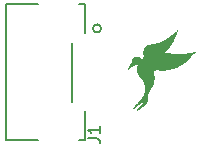
<source format=gto>
G04 #@! TF.GenerationSoftware,KiCad,Pcbnew,(5.1.10)-1*
G04 #@! TF.CreationDate,2021-11-16T23:33:15-08:00*
G04 #@! TF.ProjectId,LedBoard,4c656442-6f61-4726-942e-6b696361645f,rev?*
G04 #@! TF.SameCoordinates,Original*
G04 #@! TF.FileFunction,Legend,Top*
G04 #@! TF.FilePolarity,Positive*
%FSLAX46Y46*%
G04 Gerber Fmt 4.6, Leading zero omitted, Abs format (unit mm)*
G04 Created by KiCad (PCBNEW (5.1.10)-1) date 2021-11-16 23:33:15*
%MOMM*%
%LPD*%
G01*
G04 APERTURE LIST*
%ADD10C,0.150000*%
%ADD11C,0.010000*%
%ADD12R,2.799999X2.100000*%
%ADD13R,1.900000X0.600000*%
%ADD14C,3.500001*%
G04 APERTURE END LIST*
D10*
X139379300Y-60664300D02*
X139929300Y-60664300D01*
X139929300Y-60664300D02*
X139929300Y-63114300D01*
X138779300Y-63914300D02*
X138779300Y-68914300D01*
X139929300Y-69714300D02*
X139929300Y-72164300D01*
X139929300Y-72164300D02*
X139379300Y-72164300D01*
X135879300Y-72164300D02*
X133179300Y-72164300D01*
X133179300Y-72164300D02*
X133179300Y-60664300D01*
X133179300Y-60664300D02*
X135879300Y-60664300D01*
X141279300Y-62714300D02*
G75*
G03*
X141279300Y-62714300I-350000J0D01*
G01*
D11*
G36*
X143553765Y-66110995D02*
G01*
X143552457Y-66115222D01*
X143550811Y-66119620D01*
X143547970Y-66126975D01*
X143544618Y-66135933D01*
X143541841Y-66143554D01*
X143539212Y-66150481D01*
X143536840Y-66156011D01*
X143535198Y-66159051D01*
X143535084Y-66159185D01*
X143534868Y-66158368D01*
X143535812Y-66154572D01*
X143537726Y-66148485D01*
X143539187Y-66144231D01*
X143543456Y-66132464D01*
X143547265Y-66122636D01*
X143550419Y-66115209D01*
X143552723Y-66110645D01*
X143553864Y-66109362D01*
X143553765Y-66110995D01*
G37*
X143553765Y-66110995D02*
X143552457Y-66115222D01*
X143550811Y-66119620D01*
X143547970Y-66126975D01*
X143544618Y-66135933D01*
X143541841Y-66143554D01*
X143539212Y-66150481D01*
X143536840Y-66156011D01*
X143535198Y-66159051D01*
X143535084Y-66159185D01*
X143534868Y-66158368D01*
X143535812Y-66154572D01*
X143537726Y-66148485D01*
X143539187Y-66144231D01*
X143543456Y-66132464D01*
X143547265Y-66122636D01*
X143550419Y-66115209D01*
X143552723Y-66110645D01*
X143553864Y-66109362D01*
X143553765Y-66110995D01*
G36*
X147702954Y-62876460D02*
G01*
X147702954Y-62876472D01*
X147702135Y-62878421D01*
X147699810Y-62883471D01*
X147696176Y-62891207D01*
X147691429Y-62901214D01*
X147685766Y-62913075D01*
X147679385Y-62926376D01*
X147674403Y-62936719D01*
X147629281Y-63031551D01*
X147583768Y-63129746D01*
X147538090Y-63230808D01*
X147492470Y-63334239D01*
X147447132Y-63439545D01*
X147442615Y-63450177D01*
X147431569Y-63476287D01*
X147421815Y-63499541D01*
X147413067Y-63520657D01*
X147405037Y-63540356D01*
X147397440Y-63559355D01*
X147389990Y-63578373D01*
X147382400Y-63598130D01*
X147374383Y-63619344D01*
X147365654Y-63642734D01*
X147362069Y-63652400D01*
X147352422Y-63677601D01*
X147342180Y-63702626D01*
X147331109Y-63727961D01*
X147318978Y-63754096D01*
X147305553Y-63781516D01*
X147290603Y-63810711D01*
X147273895Y-63842167D01*
X147255878Y-63875139D01*
X147207922Y-63958029D01*
X147156384Y-64039729D01*
X147101487Y-64119927D01*
X147043457Y-64198310D01*
X146982519Y-64274565D01*
X146918897Y-64348380D01*
X146901051Y-64368111D01*
X146891334Y-64378892D01*
X146883964Y-64387466D01*
X146878522Y-64394382D01*
X146874588Y-64400193D01*
X146871743Y-64405450D01*
X146870531Y-64408203D01*
X146862151Y-64424871D01*
X146851583Y-64438822D01*
X146838322Y-64450590D01*
X146821860Y-64460711D01*
X146819816Y-64461754D01*
X146814652Y-64464552D01*
X146809421Y-64467896D01*
X146803665Y-64472162D01*
X146796922Y-64477728D01*
X146788736Y-64484970D01*
X146778645Y-64494266D01*
X146767880Y-64504394D01*
X146756806Y-64514725D01*
X146745636Y-64524874D01*
X146734991Y-64534298D01*
X146725488Y-64542454D01*
X146717746Y-64548800D01*
X146713781Y-64551822D01*
X146706330Y-64557611D01*
X146697146Y-64565369D01*
X146687199Y-64574243D01*
X146677461Y-64583378D01*
X146673564Y-64587190D01*
X146664498Y-64595917D01*
X146655084Y-64604508D01*
X146646199Y-64612197D01*
X146638717Y-64618213D01*
X146635832Y-64620315D01*
X146629026Y-64625095D01*
X146620083Y-64631492D01*
X146609999Y-64638786D01*
X146599770Y-64646259D01*
X146596100Y-64648961D01*
X146570651Y-64667399D01*
X146545950Y-64684619D01*
X146522850Y-64700032D01*
X146512765Y-64706500D01*
X146493440Y-64718984D01*
X146476685Y-64730377D01*
X146462767Y-64740488D01*
X146451955Y-64749126D01*
X146448239Y-64752422D01*
X146437142Y-64762696D01*
X146444329Y-64763902D01*
X146453338Y-64765360D01*
X146465612Y-64767270D01*
X146480546Y-64769541D01*
X146497536Y-64772087D01*
X146515977Y-64774818D01*
X146535262Y-64777646D01*
X146554788Y-64780483D01*
X146573950Y-64783240D01*
X146592141Y-64785829D01*
X146608759Y-64788161D01*
X146623196Y-64790148D01*
X146632247Y-64791362D01*
X146668553Y-64796020D01*
X146701847Y-64799996D01*
X146732948Y-64803358D01*
X146762679Y-64806171D01*
X146791861Y-64808504D01*
X146821315Y-64810423D01*
X146851864Y-64811996D01*
X146884328Y-64813289D01*
X146910670Y-64814123D01*
X146931823Y-64814774D01*
X146949776Y-64815434D01*
X146965232Y-64816152D01*
X146978899Y-64816974D01*
X146991481Y-64817947D01*
X147003685Y-64819119D01*
X147016217Y-64820537D01*
X147026923Y-64821875D01*
X147120591Y-64833394D01*
X147211443Y-64843381D01*
X147300239Y-64851883D01*
X147387735Y-64858951D01*
X147474691Y-64864634D01*
X147561863Y-64868980D01*
X147650011Y-64872040D01*
X147739892Y-64873862D01*
X147832264Y-64874495D01*
X147837770Y-64874496D01*
X147906264Y-64874207D01*
X147971721Y-64873333D01*
X148034976Y-64871842D01*
X148096859Y-64869702D01*
X148158204Y-64866880D01*
X148219843Y-64863342D01*
X148282609Y-64859057D01*
X148336000Y-64854922D01*
X148376893Y-64851429D01*
X148418835Y-64847525D01*
X148461483Y-64843257D01*
X148504491Y-64838670D01*
X148547515Y-64833811D01*
X148590208Y-64828724D01*
X148632227Y-64823457D01*
X148673225Y-64818054D01*
X148712859Y-64812563D01*
X148750782Y-64807027D01*
X148786650Y-64801494D01*
X148820118Y-64796010D01*
X148850841Y-64790619D01*
X148878474Y-64785369D01*
X148902671Y-64780305D01*
X148910185Y-64778603D01*
X148943742Y-64771078D01*
X148978086Y-64763845D01*
X149012115Y-64757121D01*
X149044726Y-64751122D01*
X149074818Y-64746065D01*
X149077485Y-64745645D01*
X149091490Y-64743407D01*
X149106134Y-64740987D01*
X149120245Y-64738585D01*
X149132655Y-64736399D01*
X149140985Y-64734861D01*
X149153504Y-64732712D01*
X149163406Y-64731520D01*
X149170217Y-64731338D01*
X149171950Y-64731555D01*
X149178492Y-64732916D01*
X149169019Y-64739619D01*
X149158114Y-64747478D01*
X149144782Y-64757319D01*
X149129637Y-64768672D01*
X149113297Y-64781067D01*
X149096376Y-64794035D01*
X149079491Y-64807105D01*
X149063257Y-64819808D01*
X149048290Y-64831675D01*
X149047200Y-64832547D01*
X148969485Y-64896991D01*
X148894103Y-64964085D01*
X148820829Y-65034051D01*
X148749433Y-65107112D01*
X148679689Y-65183491D01*
X148631011Y-65239900D01*
X148611291Y-65262779D01*
X148589143Y-65287579D01*
X148565135Y-65313709D01*
X148539833Y-65340578D01*
X148513803Y-65367598D01*
X148487613Y-65394176D01*
X148461829Y-65419723D01*
X148437018Y-65443648D01*
X148420993Y-65458689D01*
X148346160Y-65525872D01*
X148270663Y-65589333D01*
X148194529Y-65649054D01*
X148117783Y-65705020D01*
X148040455Y-65757212D01*
X147962570Y-65805613D01*
X147884156Y-65850207D01*
X147805240Y-65890976D01*
X147725849Y-65927903D01*
X147646010Y-65960971D01*
X147596400Y-65979491D01*
X147557009Y-65993097D01*
X147515594Y-66006501D01*
X147473306Y-66019360D01*
X147431302Y-66031332D01*
X147390733Y-66042075D01*
X147362008Y-66049103D01*
X147350347Y-66052010D01*
X147336015Y-66055846D01*
X147320052Y-66060317D01*
X147303498Y-66065128D01*
X147287393Y-66069987D01*
X147279947Y-66072306D01*
X147190789Y-66099020D01*
X147102671Y-66122568D01*
X147015000Y-66143058D01*
X146927183Y-66160599D01*
X146838629Y-66175301D01*
X146748745Y-66187270D01*
X146656938Y-66196618D01*
X146567770Y-66203146D01*
X146550032Y-66204041D01*
X146529082Y-66204813D01*
X146505614Y-66205456D01*
X146480322Y-66205964D01*
X146453899Y-66206331D01*
X146427040Y-66206551D01*
X146400439Y-66206619D01*
X146374788Y-66206528D01*
X146350783Y-66206274D01*
X146329117Y-66205849D01*
X146311816Y-66205301D01*
X146223676Y-66200675D01*
X146138024Y-66193811D01*
X146054094Y-66184634D01*
X145971121Y-66173071D01*
X145958254Y-66171053D01*
X145918116Y-66164666D01*
X145895271Y-66169119D01*
X145851331Y-66179228D01*
X145807485Y-66192310D01*
X145764336Y-66208103D01*
X145722490Y-66226348D01*
X145682552Y-66246785D01*
X145645129Y-66269151D01*
X145616036Y-66289272D01*
X145602468Y-66299330D01*
X145606566Y-66305458D01*
X145614760Y-66320604D01*
X145620623Y-66337525D01*
X145623704Y-66354750D01*
X145624062Y-66362381D01*
X145624441Y-66368871D01*
X145625718Y-66376079D01*
X145628105Y-66384883D01*
X145631811Y-66396156D01*
X145633010Y-66399582D01*
X145652387Y-66459234D01*
X145669321Y-66521373D01*
X145683702Y-66585351D01*
X145695422Y-66650519D01*
X145704369Y-66716230D01*
X145710435Y-66781836D01*
X145713510Y-66846689D01*
X145713891Y-66877223D01*
X145712131Y-66947961D01*
X145706805Y-67019531D01*
X145698008Y-67091398D01*
X145685834Y-67163023D01*
X145670378Y-67233868D01*
X145651732Y-67303397D01*
X145629992Y-67371071D01*
X145624961Y-67385223D01*
X145620376Y-67397865D01*
X145616260Y-67409040D01*
X145612428Y-67419096D01*
X145608694Y-67428380D01*
X145604873Y-67437241D01*
X145600781Y-67446024D01*
X145596233Y-67455077D01*
X145591043Y-67464748D01*
X145585027Y-67475384D01*
X145577999Y-67487332D01*
X145569775Y-67500939D01*
X145560170Y-67516552D01*
X145548998Y-67534520D01*
X145536075Y-67555189D01*
X145525046Y-67572793D01*
X145498857Y-67614615D01*
X145474660Y-67653325D01*
X145452346Y-67689105D01*
X145431807Y-67722137D01*
X145412935Y-67752604D01*
X145395620Y-67780689D01*
X145379755Y-67806573D01*
X145365231Y-67830441D01*
X145351939Y-67852473D01*
X145339770Y-67872853D01*
X145328617Y-67891763D01*
X145318371Y-67909385D01*
X145308922Y-67925903D01*
X145300164Y-67941499D01*
X145291986Y-67956354D01*
X145284282Y-67970653D01*
X145276941Y-67984577D01*
X145269856Y-67998309D01*
X145262918Y-68012031D01*
X145257869Y-68022177D01*
X145247567Y-68043222D01*
X145238725Y-68061825D01*
X145230914Y-68078968D01*
X145223706Y-68095629D01*
X145216671Y-68112790D01*
X145209382Y-68131430D01*
X145204598Y-68144025D01*
X145185445Y-68199673D01*
X145168911Y-68257731D01*
X145155082Y-68317632D01*
X145144046Y-68378807D01*
X145135891Y-68440688D01*
X145130706Y-68502708D01*
X145128579Y-68564298D01*
X145129597Y-68624891D01*
X145129709Y-68627380D01*
X145130409Y-68642650D01*
X145131125Y-68658371D01*
X145131812Y-68673558D01*
X145132427Y-68687225D01*
X145132923Y-68698389D01*
X145133086Y-68702109D01*
X145132836Y-68740424D01*
X145128731Y-68778588D01*
X145120763Y-68816616D01*
X145108926Y-68854522D01*
X145093214Y-68892321D01*
X145073621Y-68930029D01*
X145050140Y-68967660D01*
X145022765Y-69005229D01*
X144991490Y-69042750D01*
X144985986Y-69048903D01*
X144943584Y-69094692D01*
X144902006Y-69137179D01*
X144860796Y-69176754D01*
X144819502Y-69213807D01*
X144777668Y-69248728D01*
X144734840Y-69281908D01*
X144690563Y-69313737D01*
X144644383Y-69344605D01*
X144633462Y-69351599D01*
X144618607Y-69361103D01*
X144604954Y-69369998D01*
X144591921Y-69378688D01*
X144578927Y-69387577D01*
X144565393Y-69397071D01*
X144550736Y-69407573D01*
X144534377Y-69419488D01*
X144515735Y-69433220D01*
X144507502Y-69439317D01*
X144487058Y-69454483D01*
X144469439Y-69467573D01*
X144454325Y-69478829D01*
X144441397Y-69488494D01*
X144430333Y-69496811D01*
X144420814Y-69504022D01*
X144412521Y-69510370D01*
X144405131Y-69516097D01*
X144398327Y-69521445D01*
X144391786Y-69526659D01*
X144385190Y-69531979D01*
X144384725Y-69532356D01*
X144370789Y-69543645D01*
X144359504Y-69552750D01*
X144350495Y-69559963D01*
X144343384Y-69565571D01*
X144337796Y-69569864D01*
X144333355Y-69573131D01*
X144329686Y-69575662D01*
X144326413Y-69577746D01*
X144323539Y-69579453D01*
X144316779Y-69583218D01*
X144312910Y-69584931D01*
X144311567Y-69584700D01*
X144312279Y-69582812D01*
X144314476Y-69579736D01*
X144318822Y-69574198D01*
X144324908Y-69566691D01*
X144332325Y-69557705D01*
X144340663Y-69547734D01*
X144349515Y-69537269D01*
X144358469Y-69526803D01*
X144367118Y-69516826D01*
X144367935Y-69515893D01*
X144377656Y-69505078D01*
X144389600Y-69492260D01*
X144403188Y-69478021D01*
X144417843Y-69462943D01*
X144432988Y-69447609D01*
X144448046Y-69432603D01*
X144462439Y-69418505D01*
X144475590Y-69405900D01*
X144486922Y-69395370D01*
X144490831Y-69391855D01*
X144503888Y-69379835D01*
X144519014Y-69365170D01*
X144535838Y-69348265D01*
X144553990Y-69329527D01*
X144573098Y-69309362D01*
X144592791Y-69288177D01*
X144612699Y-69266378D01*
X144632450Y-69244372D01*
X144651673Y-69222564D01*
X144669998Y-69201362D01*
X144687054Y-69181171D01*
X144702469Y-69162399D01*
X144715873Y-69145451D01*
X144716481Y-69144662D01*
X144750315Y-69097966D01*
X144782468Y-69048057D01*
X144812748Y-68995336D01*
X144840960Y-68940204D01*
X144866911Y-68883061D01*
X144890407Y-68824309D01*
X144911255Y-68764348D01*
X144929130Y-68704070D01*
X144932629Y-68690939D01*
X144936151Y-68677329D01*
X144939555Y-68663821D01*
X144942700Y-68651000D01*
X144945446Y-68639450D01*
X144947653Y-68629754D01*
X144949180Y-68622497D01*
X144949886Y-68618261D01*
X144949917Y-68617675D01*
X144949310Y-68618394D01*
X144947706Y-68622198D01*
X144945348Y-68628470D01*
X144942481Y-68636590D01*
X144942456Y-68636662D01*
X144926654Y-68677440D01*
X144908119Y-68715691D01*
X144886702Y-68751613D01*
X144862254Y-68785403D01*
X144834625Y-68817257D01*
X144803666Y-68847374D01*
X144769226Y-68875951D01*
X144750693Y-68889697D01*
X144733530Y-68901559D01*
X144715772Y-68912955D01*
X144696772Y-68924259D01*
X144675883Y-68935847D01*
X144652456Y-68948094D01*
X144632485Y-68958107D01*
X144568697Y-68991532D01*
X144504850Y-69028814D01*
X144441016Y-69069906D01*
X144377267Y-69114757D01*
X144313675Y-69163321D01*
X144250310Y-69215549D01*
X144247736Y-69217752D01*
X144233579Y-69229853D01*
X144218017Y-69243094D01*
X144201941Y-69256722D01*
X144186240Y-69269984D01*
X144171807Y-69282125D01*
X144160631Y-69291474D01*
X144147430Y-69302518D01*
X144135737Y-69312410D01*
X144124974Y-69321664D01*
X144114563Y-69330792D01*
X144103927Y-69340311D01*
X144092490Y-69350733D01*
X144079673Y-69362572D01*
X144064900Y-69376344D01*
X144056605Y-69384109D01*
X144045389Y-69394499D01*
X144034284Y-69404561D01*
X144023672Y-69413972D01*
X144013933Y-69422408D01*
X144005448Y-69429544D01*
X143998596Y-69435057D01*
X143993760Y-69438622D01*
X143991319Y-69439914D01*
X143991144Y-69439865D01*
X143991879Y-69437943D01*
X143994873Y-69433355D01*
X143999869Y-69426424D01*
X144006608Y-69417472D01*
X144014833Y-69406821D01*
X144024285Y-69394794D01*
X144034706Y-69381713D01*
X144045839Y-69367902D01*
X144057426Y-69353682D01*
X144069207Y-69339377D01*
X144080926Y-69325308D01*
X144092324Y-69311798D01*
X144103144Y-69299170D01*
X144110048Y-69291241D01*
X144125923Y-69273426D01*
X144144612Y-69252957D01*
X144166120Y-69229831D01*
X144190448Y-69204044D01*
X144217601Y-69175594D01*
X144247580Y-69144477D01*
X144280390Y-69110690D01*
X144316032Y-69074231D01*
X144354511Y-69035095D01*
X144392966Y-68996170D01*
X144404351Y-68984663D01*
X144414829Y-68974043D01*
X144424567Y-68964117D01*
X144433733Y-68954694D01*
X144442493Y-68945579D01*
X144451015Y-68936582D01*
X144459466Y-68927509D01*
X144468014Y-68918169D01*
X144476826Y-68908368D01*
X144486068Y-68897915D01*
X144495909Y-68886617D01*
X144506515Y-68874282D01*
X144518053Y-68860717D01*
X144530692Y-68845730D01*
X144544598Y-68829129D01*
X144559938Y-68810720D01*
X144576880Y-68790313D01*
X144595591Y-68767713D01*
X144616238Y-68742730D01*
X144638988Y-68715170D01*
X144664009Y-68684842D01*
X144671518Y-68675739D01*
X144687876Y-68654822D01*
X144705424Y-68630303D01*
X144718220Y-68611099D01*
X144950139Y-68611099D01*
X144950498Y-68613633D01*
X144951165Y-68613663D01*
X144951632Y-68611048D01*
X144951320Y-68609919D01*
X144950452Y-68609179D01*
X144950139Y-68611099D01*
X144718220Y-68611099D01*
X144723319Y-68603447D01*
X144951939Y-68603447D01*
X144952916Y-68604423D01*
X144953893Y-68603447D01*
X144952916Y-68602470D01*
X144951939Y-68603447D01*
X144723319Y-68603447D01*
X144724097Y-68602280D01*
X144743828Y-68570850D01*
X144753061Y-68555577D01*
X144793222Y-68485317D01*
X144829772Y-68414937D01*
X144862682Y-68344519D01*
X144891923Y-68274147D01*
X144917466Y-68203904D01*
X144939283Y-68133873D01*
X144957345Y-68064137D01*
X144971624Y-67994779D01*
X144982089Y-67925883D01*
X144987080Y-67878570D01*
X144987702Y-67869871D01*
X144988350Y-67858146D01*
X144988988Y-67844278D01*
X144989576Y-67829148D01*
X144990076Y-67813638D01*
X144990323Y-67804323D01*
X144990111Y-67733058D01*
X144986100Y-67661365D01*
X144978335Y-67589512D01*
X144966862Y-67517766D01*
X144951728Y-67446393D01*
X144932978Y-67375660D01*
X144910657Y-67305834D01*
X144898749Y-67272877D01*
X144890807Y-67253173D01*
X144880803Y-67230778D01*
X144868981Y-67206156D01*
X144855584Y-67179769D01*
X144840859Y-67152081D01*
X144825049Y-67123556D01*
X144808398Y-67094655D01*
X144791152Y-67065843D01*
X144779679Y-67047288D01*
X144768969Y-67030382D01*
X144758974Y-67015065D01*
X144749296Y-67000809D01*
X144739537Y-66987086D01*
X144729299Y-66973370D01*
X144718185Y-66959133D01*
X144705796Y-66943847D01*
X144691735Y-66926985D01*
X144675603Y-66908020D01*
X144667428Y-66898502D01*
X144657850Y-66887379D01*
X144646340Y-66874014D01*
X144633515Y-66859124D01*
X144619994Y-66843426D01*
X144606394Y-66827638D01*
X144593335Y-66812479D01*
X144587490Y-66805694D01*
X144564465Y-66778840D01*
X144543801Y-66754453D01*
X144525184Y-66732150D01*
X144508303Y-66711549D01*
X144492842Y-66692267D01*
X144478491Y-66673920D01*
X144464935Y-66656127D01*
X144461564Y-66651627D01*
X144432733Y-66611956D01*
X144406950Y-66574175D01*
X144384063Y-66537934D01*
X144363919Y-66502883D01*
X144346365Y-66468672D01*
X144331247Y-66434951D01*
X144318414Y-66401371D01*
X144307710Y-66367581D01*
X144298985Y-66333231D01*
X144292084Y-66297973D01*
X144286854Y-66261454D01*
X144285468Y-66249062D01*
X144284511Y-66236902D01*
X144283804Y-66221738D01*
X144283348Y-66204466D01*
X144283142Y-66185984D01*
X144283188Y-66167187D01*
X144283483Y-66148970D01*
X144284030Y-66132231D01*
X144284827Y-66117865D01*
X144285468Y-66110339D01*
X144293732Y-66048608D01*
X144305874Y-65987285D01*
X144321880Y-65926437D01*
X144332743Y-65891945D01*
X144336861Y-65880086D01*
X144342057Y-65865850D01*
X144347987Y-65850113D01*
X144354310Y-65833751D01*
X144360684Y-65817641D01*
X144366765Y-65802659D01*
X144372212Y-65789680D01*
X144376376Y-65780246D01*
X144379489Y-65772992D01*
X144381687Y-65766955D01*
X144382637Y-65763092D01*
X144382594Y-65762375D01*
X144380504Y-65760753D01*
X144375533Y-65758160D01*
X144368464Y-65754976D01*
X144361524Y-65752142D01*
X144325094Y-65739699D01*
X144287503Y-65730294D01*
X144249495Y-65724054D01*
X144211815Y-65721108D01*
X144181647Y-65721241D01*
X144163433Y-65722405D01*
X144144986Y-65724242D01*
X144126962Y-65726640D01*
X144110015Y-65729483D01*
X144094800Y-65732658D01*
X144081971Y-65736052D01*
X144072183Y-65739551D01*
X144069777Y-65740686D01*
X144063187Y-65743606D01*
X144055198Y-65746525D01*
X144051195Y-65747766D01*
X144046102Y-65749461D01*
X144041714Y-65751700D01*
X144037213Y-65755096D01*
X144031779Y-65760263D01*
X144024944Y-65767439D01*
X144003709Y-65788936D01*
X143981120Y-65809461D01*
X143957938Y-65828395D01*
X143934923Y-65845120D01*
X143912836Y-65859017D01*
X143911150Y-65859978D01*
X143902045Y-65864985D01*
X143892618Y-65869857D01*
X143882411Y-65874794D01*
X143870967Y-65879997D01*
X143857828Y-65885666D01*
X143842535Y-65892003D01*
X143824632Y-65899209D01*
X143803660Y-65907484D01*
X143796239Y-65910386D01*
X143771654Y-65920132D01*
X143750353Y-65928921D01*
X143731892Y-65936963D01*
X143715824Y-65944466D01*
X143701705Y-65951640D01*
X143689089Y-65958693D01*
X143677531Y-65965834D01*
X143676077Y-65966783D01*
X143651508Y-65984297D01*
X143629697Y-66002899D01*
X143610060Y-66023221D01*
X143592014Y-66045894D01*
X143574976Y-66071551D01*
X143567328Y-66084506D01*
X143562705Y-66092520D01*
X143558866Y-66099007D01*
X143556168Y-66103376D01*
X143554968Y-66105036D01*
X143554939Y-66105004D01*
X143555685Y-66102643D01*
X143557768Y-66097252D01*
X143560956Y-66089380D01*
X143565018Y-66079576D01*
X143569722Y-66068389D01*
X143574835Y-66056367D01*
X143580125Y-66044059D01*
X143585361Y-66032014D01*
X143590311Y-66020781D01*
X143594151Y-66012214D01*
X143627587Y-65942391D01*
X143664353Y-65873119D01*
X143704103Y-65804948D01*
X143746492Y-65738430D01*
X143791172Y-65674116D01*
X143837800Y-65612557D01*
X143868127Y-65575310D01*
X143887501Y-65552188D01*
X143889420Y-65537827D01*
X143890345Y-65527362D01*
X143889889Y-65517975D01*
X143888395Y-65509171D01*
X143883156Y-65474649D01*
X143881384Y-65439376D01*
X143883028Y-65403981D01*
X143888040Y-65369093D01*
X143896369Y-65335340D01*
X143903974Y-65313170D01*
X143918899Y-65279821D01*
X143937070Y-65248555D01*
X143958315Y-65219557D01*
X143982461Y-65193016D01*
X144009337Y-65169118D01*
X144038771Y-65148051D01*
X144070590Y-65130001D01*
X144073685Y-65128472D01*
X144101227Y-65116268D01*
X144128379Y-65106872D01*
X144156149Y-65100027D01*
X144185547Y-65095476D01*
X144211349Y-65093287D01*
X144224009Y-65092545D01*
X144237335Y-65091754D01*
X144249911Y-65090999D01*
X144260322Y-65090364D01*
X144262231Y-65090246D01*
X144291657Y-65090019D01*
X144322705Y-65092757D01*
X144354651Y-65098302D01*
X144386770Y-65106494D01*
X144418338Y-65117173D01*
X144448632Y-65130180D01*
X144452823Y-65132224D01*
X144478236Y-65145951D01*
X144499947Y-65160144D01*
X144518149Y-65174937D01*
X144527636Y-65184339D01*
X144536249Y-65194289D01*
X144544013Y-65204877D01*
X144551386Y-65216856D01*
X144558824Y-65230977D01*
X144566786Y-65247994D01*
X144568086Y-65250915D01*
X144577366Y-65271270D01*
X144585862Y-65288378D01*
X144593938Y-65302727D01*
X144601961Y-65314805D01*
X144610295Y-65325101D01*
X144619307Y-65334102D01*
X144629361Y-65342295D01*
X144640823Y-65350169D01*
X144643905Y-65352116D01*
X144657885Y-65360824D01*
X144672539Y-65359169D01*
X144682321Y-65357598D01*
X144692936Y-65355187D01*
X144700626Y-65352927D01*
X144706778Y-65350662D01*
X144711599Y-65348274D01*
X144715998Y-65345078D01*
X144720883Y-65340390D01*
X144727164Y-65333524D01*
X144728755Y-65331731D01*
X144757484Y-65296665D01*
X144783029Y-65260091D01*
X144805305Y-65222236D01*
X144824225Y-65183328D01*
X144839703Y-65143593D01*
X144851655Y-65103258D01*
X144859993Y-65062550D01*
X144864632Y-65021696D01*
X144865487Y-64980922D01*
X144865123Y-64971247D01*
X144864399Y-64957823D01*
X144863556Y-64945189D01*
X144862524Y-64932703D01*
X144861233Y-64919725D01*
X144859614Y-64905612D01*
X144857595Y-64889724D01*
X144855108Y-64871419D01*
X144852081Y-64850056D01*
X144851244Y-64844247D01*
X144847659Y-64819019D01*
X144844686Y-64797098D01*
X144842274Y-64777939D01*
X144840371Y-64760997D01*
X144838927Y-64745728D01*
X144837889Y-64731586D01*
X144837206Y-64718028D01*
X144836827Y-64704510D01*
X144836701Y-64690485D01*
X144836700Y-64690304D01*
X144836881Y-64669747D01*
X144837546Y-64651879D01*
X144838811Y-64635499D01*
X144840789Y-64619404D01*
X144843594Y-64602395D01*
X144846513Y-64587316D01*
X144857466Y-64542349D01*
X144871845Y-64498001D01*
X144889451Y-64454540D01*
X144910082Y-64412234D01*
X144933536Y-64371351D01*
X144959613Y-64332160D01*
X144988111Y-64294929D01*
X145018830Y-64259926D01*
X145051568Y-64227418D01*
X145086124Y-64197675D01*
X145122297Y-64170965D01*
X145159886Y-64147555D01*
X145187061Y-64133212D01*
X145208409Y-64123164D01*
X145227897Y-64114911D01*
X145246835Y-64107961D01*
X145266530Y-64101821D01*
X145280851Y-64097903D01*
X145294042Y-64094582D01*
X145306981Y-64091612D01*
X145320074Y-64088939D01*
X145333727Y-64086512D01*
X145348348Y-64084278D01*
X145364340Y-64082185D01*
X145382112Y-64080181D01*
X145402069Y-64078214D01*
X145424616Y-64076231D01*
X145450161Y-64074180D01*
X145479110Y-64072009D01*
X145486316Y-64071486D01*
X145514829Y-64069392D01*
X145539909Y-64067455D01*
X145562024Y-64065605D01*
X145581643Y-64063770D01*
X145599232Y-64061881D01*
X145615261Y-64059867D01*
X145630197Y-64057657D01*
X145644508Y-64055182D01*
X145658663Y-64052369D01*
X145673129Y-64049150D01*
X145688374Y-64045453D01*
X145704867Y-64041208D01*
X145723076Y-64036344D01*
X145727437Y-64035163D01*
X145751328Y-64028476D01*
X145778409Y-64020536D01*
X145808220Y-64011491D01*
X145840304Y-64001493D01*
X145874204Y-63990691D01*
X145909462Y-63979235D01*
X145945618Y-63967276D01*
X145982217Y-63954964D01*
X146018800Y-63942448D01*
X146054908Y-63929879D01*
X146090085Y-63917406D01*
X146123270Y-63905401D01*
X146207979Y-63872859D01*
X146293962Y-63836748D01*
X146381095Y-63797148D01*
X146469252Y-63754141D01*
X146558308Y-63707807D01*
X146648138Y-63658225D01*
X146738619Y-63605476D01*
X146829624Y-63549640D01*
X146921028Y-63490799D01*
X147012708Y-63429031D01*
X147104539Y-63364417D01*
X147196394Y-63297039D01*
X147288150Y-63226975D01*
X147379682Y-63154306D01*
X147470864Y-63079113D01*
X147561572Y-63001475D01*
X147648125Y-62924687D01*
X147662188Y-62911994D01*
X147673623Y-62901685D01*
X147682701Y-62893521D01*
X147689692Y-62887264D01*
X147694866Y-62882677D01*
X147698494Y-62879521D01*
X147700846Y-62877560D01*
X147702193Y-62876554D01*
X147702806Y-62876267D01*
X147702954Y-62876460D01*
G37*
X147702954Y-62876460D02*
X147702954Y-62876472D01*
X147702135Y-62878421D01*
X147699810Y-62883471D01*
X147696176Y-62891207D01*
X147691429Y-62901214D01*
X147685766Y-62913075D01*
X147679385Y-62926376D01*
X147674403Y-62936719D01*
X147629281Y-63031551D01*
X147583768Y-63129746D01*
X147538090Y-63230808D01*
X147492470Y-63334239D01*
X147447132Y-63439545D01*
X147442615Y-63450177D01*
X147431569Y-63476287D01*
X147421815Y-63499541D01*
X147413067Y-63520657D01*
X147405037Y-63540356D01*
X147397440Y-63559355D01*
X147389990Y-63578373D01*
X147382400Y-63598130D01*
X147374383Y-63619344D01*
X147365654Y-63642734D01*
X147362069Y-63652400D01*
X147352422Y-63677601D01*
X147342180Y-63702626D01*
X147331109Y-63727961D01*
X147318978Y-63754096D01*
X147305553Y-63781516D01*
X147290603Y-63810711D01*
X147273895Y-63842167D01*
X147255878Y-63875139D01*
X147207922Y-63958029D01*
X147156384Y-64039729D01*
X147101487Y-64119927D01*
X147043457Y-64198310D01*
X146982519Y-64274565D01*
X146918897Y-64348380D01*
X146901051Y-64368111D01*
X146891334Y-64378892D01*
X146883964Y-64387466D01*
X146878522Y-64394382D01*
X146874588Y-64400193D01*
X146871743Y-64405450D01*
X146870531Y-64408203D01*
X146862151Y-64424871D01*
X146851583Y-64438822D01*
X146838322Y-64450590D01*
X146821860Y-64460711D01*
X146819816Y-64461754D01*
X146814652Y-64464552D01*
X146809421Y-64467896D01*
X146803665Y-64472162D01*
X146796922Y-64477728D01*
X146788736Y-64484970D01*
X146778645Y-64494266D01*
X146767880Y-64504394D01*
X146756806Y-64514725D01*
X146745636Y-64524874D01*
X146734991Y-64534298D01*
X146725488Y-64542454D01*
X146717746Y-64548800D01*
X146713781Y-64551822D01*
X146706330Y-64557611D01*
X146697146Y-64565369D01*
X146687199Y-64574243D01*
X146677461Y-64583378D01*
X146673564Y-64587190D01*
X146664498Y-64595917D01*
X146655084Y-64604508D01*
X146646199Y-64612197D01*
X146638717Y-64618213D01*
X146635832Y-64620315D01*
X146629026Y-64625095D01*
X146620083Y-64631492D01*
X146609999Y-64638786D01*
X146599770Y-64646259D01*
X146596100Y-64648961D01*
X146570651Y-64667399D01*
X146545950Y-64684619D01*
X146522850Y-64700032D01*
X146512765Y-64706500D01*
X146493440Y-64718984D01*
X146476685Y-64730377D01*
X146462767Y-64740488D01*
X146451955Y-64749126D01*
X146448239Y-64752422D01*
X146437142Y-64762696D01*
X146444329Y-64763902D01*
X146453338Y-64765360D01*
X146465612Y-64767270D01*
X146480546Y-64769541D01*
X146497536Y-64772087D01*
X146515977Y-64774818D01*
X146535262Y-64777646D01*
X146554788Y-64780483D01*
X146573950Y-64783240D01*
X146592141Y-64785829D01*
X146608759Y-64788161D01*
X146623196Y-64790148D01*
X146632247Y-64791362D01*
X146668553Y-64796020D01*
X146701847Y-64799996D01*
X146732948Y-64803358D01*
X146762679Y-64806171D01*
X146791861Y-64808504D01*
X146821315Y-64810423D01*
X146851864Y-64811996D01*
X146884328Y-64813289D01*
X146910670Y-64814123D01*
X146931823Y-64814774D01*
X146949776Y-64815434D01*
X146965232Y-64816152D01*
X146978899Y-64816974D01*
X146991481Y-64817947D01*
X147003685Y-64819119D01*
X147016217Y-64820537D01*
X147026923Y-64821875D01*
X147120591Y-64833394D01*
X147211443Y-64843381D01*
X147300239Y-64851883D01*
X147387735Y-64858951D01*
X147474691Y-64864634D01*
X147561863Y-64868980D01*
X147650011Y-64872040D01*
X147739892Y-64873862D01*
X147832264Y-64874495D01*
X147837770Y-64874496D01*
X147906264Y-64874207D01*
X147971721Y-64873333D01*
X148034976Y-64871842D01*
X148096859Y-64869702D01*
X148158204Y-64866880D01*
X148219843Y-64863342D01*
X148282609Y-64859057D01*
X148336000Y-64854922D01*
X148376893Y-64851429D01*
X148418835Y-64847525D01*
X148461483Y-64843257D01*
X148504491Y-64838670D01*
X148547515Y-64833811D01*
X148590208Y-64828724D01*
X148632227Y-64823457D01*
X148673225Y-64818054D01*
X148712859Y-64812563D01*
X148750782Y-64807027D01*
X148786650Y-64801494D01*
X148820118Y-64796010D01*
X148850841Y-64790619D01*
X148878474Y-64785369D01*
X148902671Y-64780305D01*
X148910185Y-64778603D01*
X148943742Y-64771078D01*
X148978086Y-64763845D01*
X149012115Y-64757121D01*
X149044726Y-64751122D01*
X149074818Y-64746065D01*
X149077485Y-64745645D01*
X149091490Y-64743407D01*
X149106134Y-64740987D01*
X149120245Y-64738585D01*
X149132655Y-64736399D01*
X149140985Y-64734861D01*
X149153504Y-64732712D01*
X149163406Y-64731520D01*
X149170217Y-64731338D01*
X149171950Y-64731555D01*
X149178492Y-64732916D01*
X149169019Y-64739619D01*
X149158114Y-64747478D01*
X149144782Y-64757319D01*
X149129637Y-64768672D01*
X149113297Y-64781067D01*
X149096376Y-64794035D01*
X149079491Y-64807105D01*
X149063257Y-64819808D01*
X149048290Y-64831675D01*
X149047200Y-64832547D01*
X148969485Y-64896991D01*
X148894103Y-64964085D01*
X148820829Y-65034051D01*
X148749433Y-65107112D01*
X148679689Y-65183491D01*
X148631011Y-65239900D01*
X148611291Y-65262779D01*
X148589143Y-65287579D01*
X148565135Y-65313709D01*
X148539833Y-65340578D01*
X148513803Y-65367598D01*
X148487613Y-65394176D01*
X148461829Y-65419723D01*
X148437018Y-65443648D01*
X148420993Y-65458689D01*
X148346160Y-65525872D01*
X148270663Y-65589333D01*
X148194529Y-65649054D01*
X148117783Y-65705020D01*
X148040455Y-65757212D01*
X147962570Y-65805613D01*
X147884156Y-65850207D01*
X147805240Y-65890976D01*
X147725849Y-65927903D01*
X147646010Y-65960971D01*
X147596400Y-65979491D01*
X147557009Y-65993097D01*
X147515594Y-66006501D01*
X147473306Y-66019360D01*
X147431302Y-66031332D01*
X147390733Y-66042075D01*
X147362008Y-66049103D01*
X147350347Y-66052010D01*
X147336015Y-66055846D01*
X147320052Y-66060317D01*
X147303498Y-66065128D01*
X147287393Y-66069987D01*
X147279947Y-66072306D01*
X147190789Y-66099020D01*
X147102671Y-66122568D01*
X147015000Y-66143058D01*
X146927183Y-66160599D01*
X146838629Y-66175301D01*
X146748745Y-66187270D01*
X146656938Y-66196618D01*
X146567770Y-66203146D01*
X146550032Y-66204041D01*
X146529082Y-66204813D01*
X146505614Y-66205456D01*
X146480322Y-66205964D01*
X146453899Y-66206331D01*
X146427040Y-66206551D01*
X146400439Y-66206619D01*
X146374788Y-66206528D01*
X146350783Y-66206274D01*
X146329117Y-66205849D01*
X146311816Y-66205301D01*
X146223676Y-66200675D01*
X146138024Y-66193811D01*
X146054094Y-66184634D01*
X145971121Y-66173071D01*
X145958254Y-66171053D01*
X145918116Y-66164666D01*
X145895271Y-66169119D01*
X145851331Y-66179228D01*
X145807485Y-66192310D01*
X145764336Y-66208103D01*
X145722490Y-66226348D01*
X145682552Y-66246785D01*
X145645129Y-66269151D01*
X145616036Y-66289272D01*
X145602468Y-66299330D01*
X145606566Y-66305458D01*
X145614760Y-66320604D01*
X145620623Y-66337525D01*
X145623704Y-66354750D01*
X145624062Y-66362381D01*
X145624441Y-66368871D01*
X145625718Y-66376079D01*
X145628105Y-66384883D01*
X145631811Y-66396156D01*
X145633010Y-66399582D01*
X145652387Y-66459234D01*
X145669321Y-66521373D01*
X145683702Y-66585351D01*
X145695422Y-66650519D01*
X145704369Y-66716230D01*
X145710435Y-66781836D01*
X145713510Y-66846689D01*
X145713891Y-66877223D01*
X145712131Y-66947961D01*
X145706805Y-67019531D01*
X145698008Y-67091398D01*
X145685834Y-67163023D01*
X145670378Y-67233868D01*
X145651732Y-67303397D01*
X145629992Y-67371071D01*
X145624961Y-67385223D01*
X145620376Y-67397865D01*
X145616260Y-67409040D01*
X145612428Y-67419096D01*
X145608694Y-67428380D01*
X145604873Y-67437241D01*
X145600781Y-67446024D01*
X145596233Y-67455077D01*
X145591043Y-67464748D01*
X145585027Y-67475384D01*
X145577999Y-67487332D01*
X145569775Y-67500939D01*
X145560170Y-67516552D01*
X145548998Y-67534520D01*
X145536075Y-67555189D01*
X145525046Y-67572793D01*
X145498857Y-67614615D01*
X145474660Y-67653325D01*
X145452346Y-67689105D01*
X145431807Y-67722137D01*
X145412935Y-67752604D01*
X145395620Y-67780689D01*
X145379755Y-67806573D01*
X145365231Y-67830441D01*
X145351939Y-67852473D01*
X145339770Y-67872853D01*
X145328617Y-67891763D01*
X145318371Y-67909385D01*
X145308922Y-67925903D01*
X145300164Y-67941499D01*
X145291986Y-67956354D01*
X145284282Y-67970653D01*
X145276941Y-67984577D01*
X145269856Y-67998309D01*
X145262918Y-68012031D01*
X145257869Y-68022177D01*
X145247567Y-68043222D01*
X145238725Y-68061825D01*
X145230914Y-68078968D01*
X145223706Y-68095629D01*
X145216671Y-68112790D01*
X145209382Y-68131430D01*
X145204598Y-68144025D01*
X145185445Y-68199673D01*
X145168911Y-68257731D01*
X145155082Y-68317632D01*
X145144046Y-68378807D01*
X145135891Y-68440688D01*
X145130706Y-68502708D01*
X145128579Y-68564298D01*
X145129597Y-68624891D01*
X145129709Y-68627380D01*
X145130409Y-68642650D01*
X145131125Y-68658371D01*
X145131812Y-68673558D01*
X145132427Y-68687225D01*
X145132923Y-68698389D01*
X145133086Y-68702109D01*
X145132836Y-68740424D01*
X145128731Y-68778588D01*
X145120763Y-68816616D01*
X145108926Y-68854522D01*
X145093214Y-68892321D01*
X145073621Y-68930029D01*
X145050140Y-68967660D01*
X145022765Y-69005229D01*
X144991490Y-69042750D01*
X144985986Y-69048903D01*
X144943584Y-69094692D01*
X144902006Y-69137179D01*
X144860796Y-69176754D01*
X144819502Y-69213807D01*
X144777668Y-69248728D01*
X144734840Y-69281908D01*
X144690563Y-69313737D01*
X144644383Y-69344605D01*
X144633462Y-69351599D01*
X144618607Y-69361103D01*
X144604954Y-69369998D01*
X144591921Y-69378688D01*
X144578927Y-69387577D01*
X144565393Y-69397071D01*
X144550736Y-69407573D01*
X144534377Y-69419488D01*
X144515735Y-69433220D01*
X144507502Y-69439317D01*
X144487058Y-69454483D01*
X144469439Y-69467573D01*
X144454325Y-69478829D01*
X144441397Y-69488494D01*
X144430333Y-69496811D01*
X144420814Y-69504022D01*
X144412521Y-69510370D01*
X144405131Y-69516097D01*
X144398327Y-69521445D01*
X144391786Y-69526659D01*
X144385190Y-69531979D01*
X144384725Y-69532356D01*
X144370789Y-69543645D01*
X144359504Y-69552750D01*
X144350495Y-69559963D01*
X144343384Y-69565571D01*
X144337796Y-69569864D01*
X144333355Y-69573131D01*
X144329686Y-69575662D01*
X144326413Y-69577746D01*
X144323539Y-69579453D01*
X144316779Y-69583218D01*
X144312910Y-69584931D01*
X144311567Y-69584700D01*
X144312279Y-69582812D01*
X144314476Y-69579736D01*
X144318822Y-69574198D01*
X144324908Y-69566691D01*
X144332325Y-69557705D01*
X144340663Y-69547734D01*
X144349515Y-69537269D01*
X144358469Y-69526803D01*
X144367118Y-69516826D01*
X144367935Y-69515893D01*
X144377656Y-69505078D01*
X144389600Y-69492260D01*
X144403188Y-69478021D01*
X144417843Y-69462943D01*
X144432988Y-69447609D01*
X144448046Y-69432603D01*
X144462439Y-69418505D01*
X144475590Y-69405900D01*
X144486922Y-69395370D01*
X144490831Y-69391855D01*
X144503888Y-69379835D01*
X144519014Y-69365170D01*
X144535838Y-69348265D01*
X144553990Y-69329527D01*
X144573098Y-69309362D01*
X144592791Y-69288177D01*
X144612699Y-69266378D01*
X144632450Y-69244372D01*
X144651673Y-69222564D01*
X144669998Y-69201362D01*
X144687054Y-69181171D01*
X144702469Y-69162399D01*
X144715873Y-69145451D01*
X144716481Y-69144662D01*
X144750315Y-69097966D01*
X144782468Y-69048057D01*
X144812748Y-68995336D01*
X144840960Y-68940204D01*
X144866911Y-68883061D01*
X144890407Y-68824309D01*
X144911255Y-68764348D01*
X144929130Y-68704070D01*
X144932629Y-68690939D01*
X144936151Y-68677329D01*
X144939555Y-68663821D01*
X144942700Y-68651000D01*
X144945446Y-68639450D01*
X144947653Y-68629754D01*
X144949180Y-68622497D01*
X144949886Y-68618261D01*
X144949917Y-68617675D01*
X144949310Y-68618394D01*
X144947706Y-68622198D01*
X144945348Y-68628470D01*
X144942481Y-68636590D01*
X144942456Y-68636662D01*
X144926654Y-68677440D01*
X144908119Y-68715691D01*
X144886702Y-68751613D01*
X144862254Y-68785403D01*
X144834625Y-68817257D01*
X144803666Y-68847374D01*
X144769226Y-68875951D01*
X144750693Y-68889697D01*
X144733530Y-68901559D01*
X144715772Y-68912955D01*
X144696772Y-68924259D01*
X144675883Y-68935847D01*
X144652456Y-68948094D01*
X144632485Y-68958107D01*
X144568697Y-68991532D01*
X144504850Y-69028814D01*
X144441016Y-69069906D01*
X144377267Y-69114757D01*
X144313675Y-69163321D01*
X144250310Y-69215549D01*
X144247736Y-69217752D01*
X144233579Y-69229853D01*
X144218017Y-69243094D01*
X144201941Y-69256722D01*
X144186240Y-69269984D01*
X144171807Y-69282125D01*
X144160631Y-69291474D01*
X144147430Y-69302518D01*
X144135737Y-69312410D01*
X144124974Y-69321664D01*
X144114563Y-69330792D01*
X144103927Y-69340311D01*
X144092490Y-69350733D01*
X144079673Y-69362572D01*
X144064900Y-69376344D01*
X144056605Y-69384109D01*
X144045389Y-69394499D01*
X144034284Y-69404561D01*
X144023672Y-69413972D01*
X144013933Y-69422408D01*
X144005448Y-69429544D01*
X143998596Y-69435057D01*
X143993760Y-69438622D01*
X143991319Y-69439914D01*
X143991144Y-69439865D01*
X143991879Y-69437943D01*
X143994873Y-69433355D01*
X143999869Y-69426424D01*
X144006608Y-69417472D01*
X144014833Y-69406821D01*
X144024285Y-69394794D01*
X144034706Y-69381713D01*
X144045839Y-69367902D01*
X144057426Y-69353682D01*
X144069207Y-69339377D01*
X144080926Y-69325308D01*
X144092324Y-69311798D01*
X144103144Y-69299170D01*
X144110048Y-69291241D01*
X144125923Y-69273426D01*
X144144612Y-69252957D01*
X144166120Y-69229831D01*
X144190448Y-69204044D01*
X144217601Y-69175594D01*
X144247580Y-69144477D01*
X144280390Y-69110690D01*
X144316032Y-69074231D01*
X144354511Y-69035095D01*
X144392966Y-68996170D01*
X144404351Y-68984663D01*
X144414829Y-68974043D01*
X144424567Y-68964117D01*
X144433733Y-68954694D01*
X144442493Y-68945579D01*
X144451015Y-68936582D01*
X144459466Y-68927509D01*
X144468014Y-68918169D01*
X144476826Y-68908368D01*
X144486068Y-68897915D01*
X144495909Y-68886617D01*
X144506515Y-68874282D01*
X144518053Y-68860717D01*
X144530692Y-68845730D01*
X144544598Y-68829129D01*
X144559938Y-68810720D01*
X144576880Y-68790313D01*
X144595591Y-68767713D01*
X144616238Y-68742730D01*
X144638988Y-68715170D01*
X144664009Y-68684842D01*
X144671518Y-68675739D01*
X144687876Y-68654822D01*
X144705424Y-68630303D01*
X144718220Y-68611099D01*
X144950139Y-68611099D01*
X144950498Y-68613633D01*
X144951165Y-68613663D01*
X144951632Y-68611048D01*
X144951320Y-68609919D01*
X144950452Y-68609179D01*
X144950139Y-68611099D01*
X144718220Y-68611099D01*
X144723319Y-68603447D01*
X144951939Y-68603447D01*
X144952916Y-68604423D01*
X144953893Y-68603447D01*
X144952916Y-68602470D01*
X144951939Y-68603447D01*
X144723319Y-68603447D01*
X144724097Y-68602280D01*
X144743828Y-68570850D01*
X144753061Y-68555577D01*
X144793222Y-68485317D01*
X144829772Y-68414937D01*
X144862682Y-68344519D01*
X144891923Y-68274147D01*
X144917466Y-68203904D01*
X144939283Y-68133873D01*
X144957345Y-68064137D01*
X144971624Y-67994779D01*
X144982089Y-67925883D01*
X144987080Y-67878570D01*
X144987702Y-67869871D01*
X144988350Y-67858146D01*
X144988988Y-67844278D01*
X144989576Y-67829148D01*
X144990076Y-67813638D01*
X144990323Y-67804323D01*
X144990111Y-67733058D01*
X144986100Y-67661365D01*
X144978335Y-67589512D01*
X144966862Y-67517766D01*
X144951728Y-67446393D01*
X144932978Y-67375660D01*
X144910657Y-67305834D01*
X144898749Y-67272877D01*
X144890807Y-67253173D01*
X144880803Y-67230778D01*
X144868981Y-67206156D01*
X144855584Y-67179769D01*
X144840859Y-67152081D01*
X144825049Y-67123556D01*
X144808398Y-67094655D01*
X144791152Y-67065843D01*
X144779679Y-67047288D01*
X144768969Y-67030382D01*
X144758974Y-67015065D01*
X144749296Y-67000809D01*
X144739537Y-66987086D01*
X144729299Y-66973370D01*
X144718185Y-66959133D01*
X144705796Y-66943847D01*
X144691735Y-66926985D01*
X144675603Y-66908020D01*
X144667428Y-66898502D01*
X144657850Y-66887379D01*
X144646340Y-66874014D01*
X144633515Y-66859124D01*
X144619994Y-66843426D01*
X144606394Y-66827638D01*
X144593335Y-66812479D01*
X144587490Y-66805694D01*
X144564465Y-66778840D01*
X144543801Y-66754453D01*
X144525184Y-66732150D01*
X144508303Y-66711549D01*
X144492842Y-66692267D01*
X144478491Y-66673920D01*
X144464935Y-66656127D01*
X144461564Y-66651627D01*
X144432733Y-66611956D01*
X144406950Y-66574175D01*
X144384063Y-66537934D01*
X144363919Y-66502883D01*
X144346365Y-66468672D01*
X144331247Y-66434951D01*
X144318414Y-66401371D01*
X144307710Y-66367581D01*
X144298985Y-66333231D01*
X144292084Y-66297973D01*
X144286854Y-66261454D01*
X144285468Y-66249062D01*
X144284511Y-66236902D01*
X144283804Y-66221738D01*
X144283348Y-66204466D01*
X144283142Y-66185984D01*
X144283188Y-66167187D01*
X144283483Y-66148970D01*
X144284030Y-66132231D01*
X144284827Y-66117865D01*
X144285468Y-66110339D01*
X144293732Y-66048608D01*
X144305874Y-65987285D01*
X144321880Y-65926437D01*
X144332743Y-65891945D01*
X144336861Y-65880086D01*
X144342057Y-65865850D01*
X144347987Y-65850113D01*
X144354310Y-65833751D01*
X144360684Y-65817641D01*
X144366765Y-65802659D01*
X144372212Y-65789680D01*
X144376376Y-65780246D01*
X144379489Y-65772992D01*
X144381687Y-65766955D01*
X144382637Y-65763092D01*
X144382594Y-65762375D01*
X144380504Y-65760753D01*
X144375533Y-65758160D01*
X144368464Y-65754976D01*
X144361524Y-65752142D01*
X144325094Y-65739699D01*
X144287503Y-65730294D01*
X144249495Y-65724054D01*
X144211815Y-65721108D01*
X144181647Y-65721241D01*
X144163433Y-65722405D01*
X144144986Y-65724242D01*
X144126962Y-65726640D01*
X144110015Y-65729483D01*
X144094800Y-65732658D01*
X144081971Y-65736052D01*
X144072183Y-65739551D01*
X144069777Y-65740686D01*
X144063187Y-65743606D01*
X144055198Y-65746525D01*
X144051195Y-65747766D01*
X144046102Y-65749461D01*
X144041714Y-65751700D01*
X144037213Y-65755096D01*
X144031779Y-65760263D01*
X144024944Y-65767439D01*
X144003709Y-65788936D01*
X143981120Y-65809461D01*
X143957938Y-65828395D01*
X143934923Y-65845120D01*
X143912836Y-65859017D01*
X143911150Y-65859978D01*
X143902045Y-65864985D01*
X143892618Y-65869857D01*
X143882411Y-65874794D01*
X143870967Y-65879997D01*
X143857828Y-65885666D01*
X143842535Y-65892003D01*
X143824632Y-65899209D01*
X143803660Y-65907484D01*
X143796239Y-65910386D01*
X143771654Y-65920132D01*
X143750353Y-65928921D01*
X143731892Y-65936963D01*
X143715824Y-65944466D01*
X143701705Y-65951640D01*
X143689089Y-65958693D01*
X143677531Y-65965834D01*
X143676077Y-65966783D01*
X143651508Y-65984297D01*
X143629697Y-66002899D01*
X143610060Y-66023221D01*
X143592014Y-66045894D01*
X143574976Y-66071551D01*
X143567328Y-66084506D01*
X143562705Y-66092520D01*
X143558866Y-66099007D01*
X143556168Y-66103376D01*
X143554968Y-66105036D01*
X143554939Y-66105004D01*
X143555685Y-66102643D01*
X143557768Y-66097252D01*
X143560956Y-66089380D01*
X143565018Y-66079576D01*
X143569722Y-66068389D01*
X143574835Y-66056367D01*
X143580125Y-66044059D01*
X143585361Y-66032014D01*
X143590311Y-66020781D01*
X143594151Y-66012214D01*
X143627587Y-65942391D01*
X143664353Y-65873119D01*
X143704103Y-65804948D01*
X143746492Y-65738430D01*
X143791172Y-65674116D01*
X143837800Y-65612557D01*
X143868127Y-65575310D01*
X143887501Y-65552188D01*
X143889420Y-65537827D01*
X143890345Y-65527362D01*
X143889889Y-65517975D01*
X143888395Y-65509171D01*
X143883156Y-65474649D01*
X143881384Y-65439376D01*
X143883028Y-65403981D01*
X143888040Y-65369093D01*
X143896369Y-65335340D01*
X143903974Y-65313170D01*
X143918899Y-65279821D01*
X143937070Y-65248555D01*
X143958315Y-65219557D01*
X143982461Y-65193016D01*
X144009337Y-65169118D01*
X144038771Y-65148051D01*
X144070590Y-65130001D01*
X144073685Y-65128472D01*
X144101227Y-65116268D01*
X144128379Y-65106872D01*
X144156149Y-65100027D01*
X144185547Y-65095476D01*
X144211349Y-65093287D01*
X144224009Y-65092545D01*
X144237335Y-65091754D01*
X144249911Y-65090999D01*
X144260322Y-65090364D01*
X144262231Y-65090246D01*
X144291657Y-65090019D01*
X144322705Y-65092757D01*
X144354651Y-65098302D01*
X144386770Y-65106494D01*
X144418338Y-65117173D01*
X144448632Y-65130180D01*
X144452823Y-65132224D01*
X144478236Y-65145951D01*
X144499947Y-65160144D01*
X144518149Y-65174937D01*
X144527636Y-65184339D01*
X144536249Y-65194289D01*
X144544013Y-65204877D01*
X144551386Y-65216856D01*
X144558824Y-65230977D01*
X144566786Y-65247994D01*
X144568086Y-65250915D01*
X144577366Y-65271270D01*
X144585862Y-65288378D01*
X144593938Y-65302727D01*
X144601961Y-65314805D01*
X144610295Y-65325101D01*
X144619307Y-65334102D01*
X144629361Y-65342295D01*
X144640823Y-65350169D01*
X144643905Y-65352116D01*
X144657885Y-65360824D01*
X144672539Y-65359169D01*
X144682321Y-65357598D01*
X144692936Y-65355187D01*
X144700626Y-65352927D01*
X144706778Y-65350662D01*
X144711599Y-65348274D01*
X144715998Y-65345078D01*
X144720883Y-65340390D01*
X144727164Y-65333524D01*
X144728755Y-65331731D01*
X144757484Y-65296665D01*
X144783029Y-65260091D01*
X144805305Y-65222236D01*
X144824225Y-65183328D01*
X144839703Y-65143593D01*
X144851655Y-65103258D01*
X144859993Y-65062550D01*
X144864632Y-65021696D01*
X144865487Y-64980922D01*
X144865123Y-64971247D01*
X144864399Y-64957823D01*
X144863556Y-64945189D01*
X144862524Y-64932703D01*
X144861233Y-64919725D01*
X144859614Y-64905612D01*
X144857595Y-64889724D01*
X144855108Y-64871419D01*
X144852081Y-64850056D01*
X144851244Y-64844247D01*
X144847659Y-64819019D01*
X144844686Y-64797098D01*
X144842274Y-64777939D01*
X144840371Y-64760997D01*
X144838927Y-64745728D01*
X144837889Y-64731586D01*
X144837206Y-64718028D01*
X144836827Y-64704510D01*
X144836701Y-64690485D01*
X144836700Y-64690304D01*
X144836881Y-64669747D01*
X144837546Y-64651879D01*
X144838811Y-64635499D01*
X144840789Y-64619404D01*
X144843594Y-64602395D01*
X144846513Y-64587316D01*
X144857466Y-64542349D01*
X144871845Y-64498001D01*
X144889451Y-64454540D01*
X144910082Y-64412234D01*
X144933536Y-64371351D01*
X144959613Y-64332160D01*
X144988111Y-64294929D01*
X145018830Y-64259926D01*
X145051568Y-64227418D01*
X145086124Y-64197675D01*
X145122297Y-64170965D01*
X145159886Y-64147555D01*
X145187061Y-64133212D01*
X145208409Y-64123164D01*
X145227897Y-64114911D01*
X145246835Y-64107961D01*
X145266530Y-64101821D01*
X145280851Y-64097903D01*
X145294042Y-64094582D01*
X145306981Y-64091612D01*
X145320074Y-64088939D01*
X145333727Y-64086512D01*
X145348348Y-64084278D01*
X145364340Y-64082185D01*
X145382112Y-64080181D01*
X145402069Y-64078214D01*
X145424616Y-64076231D01*
X145450161Y-64074180D01*
X145479110Y-64072009D01*
X145486316Y-64071486D01*
X145514829Y-64069392D01*
X145539909Y-64067455D01*
X145562024Y-64065605D01*
X145581643Y-64063770D01*
X145599232Y-64061881D01*
X145615261Y-64059867D01*
X145630197Y-64057657D01*
X145644508Y-64055182D01*
X145658663Y-64052369D01*
X145673129Y-64049150D01*
X145688374Y-64045453D01*
X145704867Y-64041208D01*
X145723076Y-64036344D01*
X145727437Y-64035163D01*
X145751328Y-64028476D01*
X145778409Y-64020536D01*
X145808220Y-64011491D01*
X145840304Y-64001493D01*
X145874204Y-63990691D01*
X145909462Y-63979235D01*
X145945618Y-63967276D01*
X145982217Y-63954964D01*
X146018800Y-63942448D01*
X146054908Y-63929879D01*
X146090085Y-63917406D01*
X146123270Y-63905401D01*
X146207979Y-63872859D01*
X146293962Y-63836748D01*
X146381095Y-63797148D01*
X146469252Y-63754141D01*
X146558308Y-63707807D01*
X146648138Y-63658225D01*
X146738619Y-63605476D01*
X146829624Y-63549640D01*
X146921028Y-63490799D01*
X147012708Y-63429031D01*
X147104539Y-63364417D01*
X147196394Y-63297039D01*
X147288150Y-63226975D01*
X147379682Y-63154306D01*
X147470864Y-63079113D01*
X147561572Y-63001475D01*
X147648125Y-62924687D01*
X147662188Y-62911994D01*
X147673623Y-62901685D01*
X147682701Y-62893521D01*
X147689692Y-62887264D01*
X147694866Y-62882677D01*
X147698494Y-62879521D01*
X147700846Y-62877560D01*
X147702193Y-62876554D01*
X147702806Y-62876267D01*
X147702954Y-62876460D01*
D10*
X140131680Y-71997633D02*
X140845966Y-71997633D01*
X140988823Y-72045252D01*
X141084061Y-72140490D01*
X141131680Y-72283347D01*
X141131680Y-72378585D01*
X141131680Y-70997633D02*
X141131680Y-71569061D01*
X141131680Y-71283347D02*
X140131680Y-71283347D01*
X140274538Y-71378585D01*
X140369776Y-71473823D01*
X140417395Y-71569061D01*
%LPC*%
D12*
X137779300Y-72064300D03*
X137779300Y-60764300D03*
D13*
X140129300Y-63914300D03*
X140129300Y-68914300D03*
X140129300Y-67914300D03*
X140129300Y-66914300D03*
X140129300Y-65914300D03*
X140129300Y-64914300D03*
D14*
X149860000Y-73596500D03*
X149860000Y-59563000D03*
M02*

</source>
